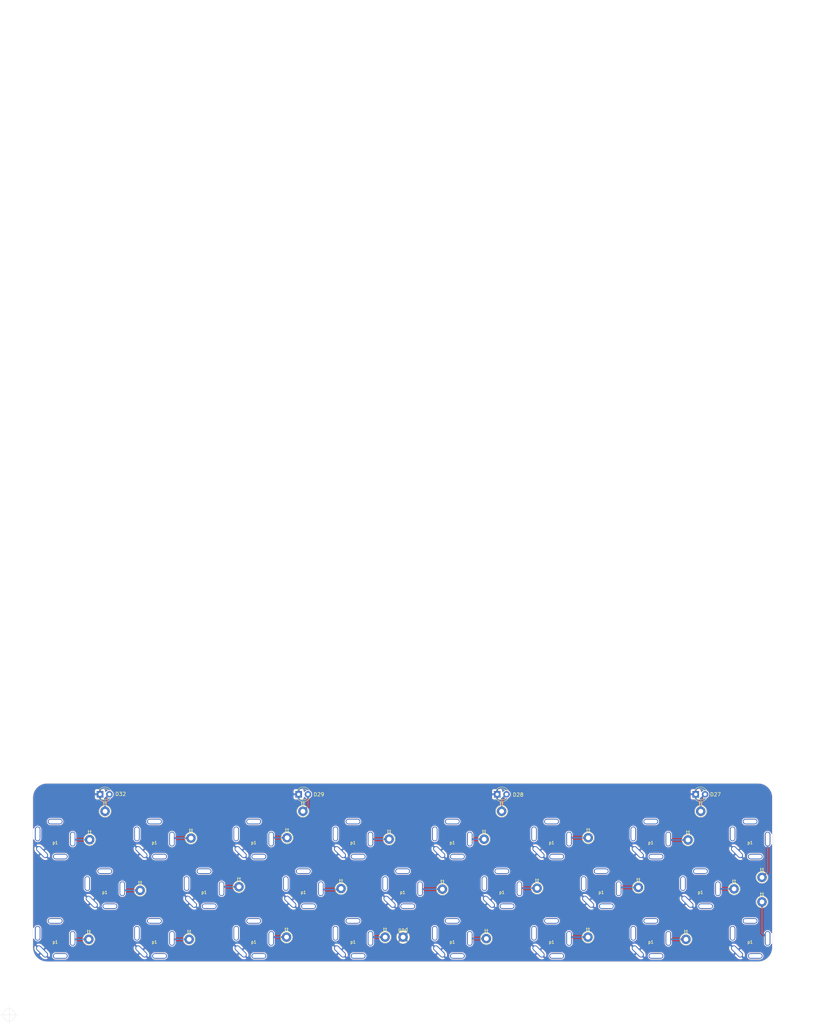
<source format=kicad_pcb>
(kicad_pcb (version 20211014) (generator pcbnew)
  (title_block (title "The Hypjolin Box") (company "Triglav Modular") (comment 1 "Circuit by Rob Hordijk & Ian Fritz"))
  (layers (0 "F.Cu" signal) (31 "B.Cu" signal) (34 "B.Paste" user) (35 "F.Paste" user) (36 "B.SilkS" user "B.Silkscreen") (37 "F.SilkS" user "F.Silkscreen") (38 "B.Mask" user) (39 "F.Mask" user) (44 "Edge.Cuts" user))
  (net 0 "")
  (net 1 "P {slash} GND")
  (net 71 "Net-(J43-Pad3)")
  (net 72 "Net-(J44-Pad3)")
  (net 73 "Net-(J45-Pad3)")
  (net 74 "Net-(J46-Pad3)")
  (net 75 "Net-(J47-Pad3)")
  (net 76 "Net-(J48-Pad3)")
  (net 77 "Net-(J49-Pad3)")
  (net 78 "Net-(J50-Pad3)")
  (net 79 "Net-(J51-Pad3)")
  (net 80 "Net-(J52-Pad3)")
  (net 81 "Net-(J53-Pad3)")
  (net 82 "Net-(J54-Pad3)")
  (net 83 "Net-(J55-Pad3)")
  (net 84 "Net-(J56-Pad3)")
  (net 85 "Net-(J57-Pad3)")
  (net 86 "Net-(J58-Pad3)")
  (net 87 "Net-(J59-Pad3)")
  (net 88 "Net-(J60-Pad3)")
  (net 89 "Net-(J61-Pad3)")
  (net 90 "Net-(J62-Pad3)")
  (net 91 "Net-(J63-Pad3)")
  (net 92 "Net-(J64-Pad3)")
  (net 93 "Net-(J65-Pad3)")
  (net 94 "Net-(D27-Pad2)")
  (net 95 "Net-(D28-Pad2)")
  (net 96 "Net-(D29-Pad2)")
  (net 97 "Net-(D32-Pad2)")
  (footprint "Triglav_Modular:Bantam_TT" (layer "F.Cu") (at 66.385154 266.22053)
    (fp_text reference "J49")
    (fp_text value "p1" (at 0 1 unlocked) (layer "F.SilkS") (effects (font (size 0.8 0.8))))
    (pad "1" thru_hole roundrect (at -3.535534 3.535534 315) (size 4 1.5) (drill oval 3.5 1) (layers *.Cu *.Mask) (roundrect_rratio 0.5) (net 1 "P {slash} GND"))
    (pad "2" thru_hole roundrect (at 1.4 4.75) (size 4 1.5) (drill oval 3.5 1) (layers *.Cu *.Mask) (roundrect_rratio 0.5))
    (pad "3" thru_hole roundrect (at 4.75 0 90) (size 4 1.5) (drill oval 3.5 1) (layers *.Cu *.Mask) (roundrect_rratio 0.5) (net 77 "Net-(J49-Pad3)"))
    (pad "4" thru_hole roundrect (at 0 -4.75) (size 4 1.5) (drill oval 3.5 1) (layers *.Cu *.Mask) (roundrect_rratio 0.5))
    (pad "5" thru_hole roundrect (at -4.75 -1.4 90) (size 4 1.5) (drill oval 3.5 1) (layers *.Cu *.Mask) (roundrect_rratio 0.5))
  )
  (footprint "Connector_Pin:Pin_D1.3mm_L11.0mm" (layer "F.Cu") (at 211.183623 265.865026)
    (fp_text reference "J79")
    (fp_text value "tt" (at 0 -2.05) (layer "F.SilkS"))
    (fp_circle (center 0 0) (end 1.6 0.05) (layer "F.SilkS") (width 0.12) (fill none))
    (pad "1" thru_hole circle (at 0 0) (size 2.6 2.6) (drill 1.3) (layers *.Cu *.Mask) (net 78 "Net-(J50-Pad3)"))
  )
  (footprint "Triglav_Modular:Bantam_TT" (layer "F.Cu") (at 241.501512 252.750155)
    (fp_text reference "J57")
    (fp_text value "p1" (at 0 1 unlocked) (layer "F.SilkS") (effects (font (size 0.8 0.8))))
    (pad "1" thru_hole roundrect (at -3.535534 3.535534 315) (size 4 1.5) (drill oval 3.5 1) (layers *.Cu *.Mask) (roundrect_rratio 0.5) (net 1 "P {slash} GND"))
    (pad "2" thru_hole roundrect (at 1.4 4.75) (size 4 1.5) (drill oval 3.5 1) (layers *.Cu *.Mask) (roundrect_rratio 0.5))
    (pad "3" thru_hole roundrect (at 4.75 0 90) (size 4 1.5) (drill oval 3.5 1) (layers *.Cu *.Mask) (roundrect_rratio 0.5) (net 85 "Net-(J57-Pad3)"))
    (pad "4" thru_hole roundrect (at 0 -4.75) (size 4 1.5) (drill oval 3.5 1) (layers *.Cu *.Mask) (roundrect_rratio 0.5))
    (pad "5" thru_hole roundrect (at -4.75 -1.4 90) (size 4 1.5) (drill oval 3.5 1) (layers *.Cu *.Mask) (roundrect_rratio 0.5))
  )
  (footprint "Triglav_Modular:Bantam_TT" (layer "F.Cu") (at 201.090109 266.22053)
    (fp_text reference "J50")
    (fp_text value "p1" (at 0 1 unlocked) (layer "F.SilkS") (effects (font (size 0.8 0.8))))
    (pad "1" thru_hole roundrect (at -3.535534 3.535534 315) (size 4 1.5) (drill oval 3.5 1) (layers *.Cu *.Mask) (roundrect_rratio 0.5) (net 1 "P {slash} GND"))
    (pad "2" thru_hole roundrect (at 1.4 4.75) (size 4 1.5) (drill oval 3.5 1) (layers *.Cu *.Mask) (roundrect_rratio 0.5))
    (pad "3" thru_hole roundrect (at 4.75 0 90) (size 4 1.5) (drill oval 3.5 1) (layers *.Cu *.Mask) (roundrect_rratio 0.5) (net 78 "Net-(J50-Pad3)"))
    (pad "4" thru_hole roundrect (at 0 -4.75) (size 4 1.5) (drill oval 3.5 1) (layers *.Cu *.Mask) (roundrect_rratio 0.5))
    (pad "5" thru_hole roundrect (at -4.75 -1.4 90) (size 4 1.5) (drill oval 3.5 1) (layers *.Cu *.Mask) (roundrect_rratio 0.5))
  )
  (footprint "Connector_Pin:Pin_D1.3mm_L11.0mm" (layer "F.Cu") (at 237.158623 266.265026)
    (fp_text reference "J94")
    (fp_text value "tt" (at 0 -2.05) (layer "F.SilkS"))
    (fp_circle (center 0 0) (end 1.6 0.05) (layer "F.SilkS") (width 0.12) (fill none))
    (pad "1" thru_hole circle (at 0 0) (size 2.6 2.6) (drill 1.3) (layers *.Cu *.Mask) (net 93 "Net-(J65-Pad3)"))
  )
  (footprint "Triglav_Modular:Bantam_TT" (layer "F.Cu") (at 187.619386 279.691591)
    (fp_text reference "J59")
    (fp_text value "p1" (at 0 1 unlocked) (layer "F.SilkS") (effects (font (size 0.8 0.8))))
    (pad "1" thru_hole roundrect (at -3.535534 3.535534 315) (size 4 1.5) (drill oval 3.5 1) (layers *.Cu *.Mask) (roundrect_rratio 0.5) (net 1 "P {slash} GND"))
    (pad "2" thru_hole roundrect (at 1.4 4.75) (size 4 1.5) (drill oval 3.5 1) (layers *.Cu *.Mask) (roundrect_rratio 0.5))
    (pad "3" thru_hole roundrect (at 4.75 0 90) (size 4 1.5) (drill oval 3.5 1) (layers *.Cu *.Mask) (roundrect_rratio 0.5) (net 87 "Net-(J59-Pad3)"))
    (pad "4" thru_hole roundrect (at 0 -4.75) (size 4 1.5) (drill oval 3.5 1) (layers *.Cu *.Mask) (roundrect_rratio 0.5))
    (pad "5" thru_hole roundrect (at -4.75 -1.4 90) (size 4 1.5) (drill oval 3.5 1) (layers *.Cu *.Mask) (roundrect_rratio 0.5))
  )
  (footprint "Connector_Pin:Pin_D1.3mm_L11.0mm" (layer "F.Cu") (at 224.108623 279.940026)
    (fp_text reference "J81")
    (fp_text value "tt" (at 0 -2.05) (layer "F.SilkS"))
    (fp_circle (center 0 0) (end 1.6 0.05) (layer "F.SilkS") (width 0.12) (fill none))
    (pad "1" thru_hole circle (at 0 0) (size 2.6 2.6) (drill 1.3) (layers *.Cu *.Mask) (net 80 "Net-(J52-Pad3)"))
  )
  (footprint "Triglav_Modular:Bantam_TT" (layer "F.Cu") (at 106.7962 252.750155)
    (fp_text reference "J62")
    (fp_text value "p1" (at 0 1 unlocked) (layer "F.SilkS") (effects (font (size 0.8 0.8))))
    (pad "1" thru_hole roundrect (at -3.535534 3.535534 315) (size 4 1.5) (drill oval 3.5 1) (layers *.Cu *.Mask) (roundrect_rratio 0.5) (net 1 "P {slash} GND"))
    (pad "2" thru_hole roundrect (at 1.4 4.75) (size 4 1.5) (drill oval 3.5 1) (layers *.Cu *.Mask) (roundrect_rratio 0.5))
    (pad "3" thru_hole roundrect (at 4.75 0 90) (size 4 1.5) (drill oval 3.5 1) (layers *.Cu *.Mask) (roundrect_rratio 0.5) (net 90 "Net-(J62-Pad3)"))
    (pad "4" thru_hole roundrect (at 0 -4.75) (size 4 1.5) (drill oval 3.5 1) (layers *.Cu *.Mask) (roundrect_rratio 0.5))
    (pad "5" thru_hole roundrect (at -4.75 -1.4 90) (size 4 1.5) (drill oval 3.5 1) (layers *.Cu *.Mask) (roundrect_rratio 0.5))
  )
  (footprint "Connector_Pin:Pin_D1.3mm_L11.0mm" (layer "F.Cu") (at 62.058623 279.940026)
    (fp_text reference "J83")
    (fp_text value "tt" (at 0 -2.05) (layer "F.SilkS"))
    (fp_circle (center 0 0) (end 1.6 0.05) (layer "F.SilkS") (width 0.12) (fill none))
    (pad "1" thru_hole circle (at 0 0) (size 2.6 2.6) (drill 1.3) (layers *.Cu *.Mask) (net 82 "Net-(J54-Pad3)"))
  )
  (footprint "Triglav_Modular:Bantam_TT" (layer "F.Cu") (at 214.560448 252.750155)
    (fp_text reference "J48")
    (fp_text value "p1" (at 0 1 unlocked) (layer "F.SilkS") (effects (font (size 0.8 0.8))))
    (pad "1" thru_hole roundrect (at -3.535534 3.535534 315) (size 4 1.5) (drill oval 3.5 1) (layers *.Cu *.Mask) (roundrect_rratio 0.5) (net 1 "P {slash} GND"))
    (pad "2" thru_hole roundrect (at 1.4 4.75) (size 4 1.5) (drill oval 3.5 1) (layers *.Cu *.Mask) (roundrect_rratio 0.5))
    (pad "3" thru_hole roundrect (at 4.75 0 90) (size 4 1.5) (drill oval 3.5 1) (layers *.Cu *.Mask) (roundrect_rratio 0.5) (net 76 "Net-(J48-Pad3)"))
    (pad "4" thru_hole roundrect (at 0 -4.75) (size 4 1.5) (drill oval 3.5 1) (layers *.Cu *.Mask) (roundrect_rratio 0.5))
    (pad "5" thru_hole roundrect (at -4.75 -1.4 90) (size 4 1.5) (drill oval 3.5 1) (layers *.Cu *.Mask) (roundrect_rratio 0.5))
  )
  (footprint "Connector_Pin:Pin_D1.3mm_L11.0mm" (layer "F.Cu") (at 115.708623 279.340026)
    (fp_text reference "J85")
    (fp_text value "tt" (at 0 -2.05) (layer "F.SilkS"))
    (fp_circle (center 0 0) (end 1.6 0.05) (layer "F.SilkS") (width 0.12) (fill none))
    (pad "1" thru_hole circle (at 0 0) (size 2.6 2.6) (drill 1.3) (layers *.Cu *.Mask) (net 84 "Net-(J56-Pad3)"))
  )
  (footprint "Triglav_Modular:Bantam_TT" (layer "F.Cu") (at 79.855138 252.750155)
    (fp_text reference "J44")
    (fp_text value "p1" (at 0 1 unlocked) (layer "F.SilkS") (effects (font (size 0.8 0.8))))
    (pad "1" thru_hole roundrect (at -3.535534 3.535534 315) (size 4 1.5) (drill oval 3.5 1) (layers *.Cu *.Mask) (roundrect_rratio 0.5) (net 1 "P {slash} GND"))
    (pad "2" thru_hole roundrect (at 1.4 4.75) (size 4 1.5) (drill oval 3.5 1) (layers *.Cu *.Mask) (roundrect_rratio 0.5))
    (pad "3" thru_hole roundrect (at 4.75 0 90) (size 4 1.5) (drill oval 3.5 1) (layers *.Cu *.Mask) (roundrect_rratio 0.5) (net 72 "Net-(J44-Pad3)"))
    (pad "4" thru_hole roundrect (at 0 -4.75) (size 4 1.5) (drill oval 3.5 1) (layers *.Cu *.Mask) (roundrect_rratio 0.5))
    (pad "5" thru_hole roundrect (at -4.75 -1.4 90) (size 4 1.5) (drill oval 3.5 1) (layers *.Cu *.Mask) (roundrect_rratio 0.5))
  )
  (footprint "Triglav_Modular:Bantam_TT" (layer "F.Cu") (at 160.678324 279.691591)
    (fp_text reference "J55")
    (fp_text value "p1" (at 0 1 unlocked) (layer "F.SilkS") (effects (font (size 0.8 0.8))))
    (pad "1" thru_hole roundrect (at -3.535534 3.535534 315) (size 4 1.5) (drill oval 3.5 1) (layers *.Cu *.Mask) (roundrect_rratio 0.5) (net 1 "P {slash} GND"))
    (pad "2" thru_hole roundrect (at 1.4 4.75) (size 4 1.5) (drill oval 3.5 1) (layers *.Cu *.Mask) (roundrect_rratio 0.5))
    (pad "3" thru_hole roundrect (at 4.75 0 90) (size 4 1.5) (drill oval 3.5 1) (layers *.Cu *.Mask) (roundrect_rratio 0.5) (net 83 "Net-(J55-Pad3)"))
    (pad "4" thru_hole roundrect (at 0 -4.75) (size 4 1.5) (drill oval 3.5 1) (layers *.Cu *.Mask) (roundrect_rratio 0.5))
    (pad "5" thru_hole roundrect (at -4.75 -1.4 90) (size 4 1.5) (drill oval 3.5 1) (layers *.Cu *.Mask) (roundrect_rratio 0.5))
  )
  (footprint "Triglav_Modular:Bantam_TT" (layer "F.Cu") (at 228.031101 266.22053)
    (fp_text reference "J65")
    (fp_text value "p1" (at 0 1 unlocked) (layer "F.SilkS") (effects (font (size 0.8 0.8))))
    (pad "1" thru_hole roundrect (at -3.535534 3.535534 315) (size 4 1.5) (drill oval 3.5 1) (layers *.Cu *.Mask) (roundrect_rratio 0.5) (net 1 "P {slash} GND"))
    (pad "2" thru_hole roundrect (at 1.4 4.75) (size 4 1.5) (drill oval 3.5 1) (layers *.Cu *.Mask) (roundrect_rratio 0.5))
    (pad "3" thru_hole roundrect (at 4.75 0 90) (size 4 1.5) (drill oval 3.5 1) (layers *.Cu *.Mask) (roundrect_rratio 0.5) (net 93 "Net-(J65-Pad3)"))
    (pad "4" thru_hole roundrect (at 0 -4.75) (size 4 1.5) (drill oval 3.5 1) (layers *.Cu *.Mask) (roundrect_rratio 0.5))
    (pad "5" thru_hole roundrect (at -4.75 -1.4 90) (size 4 1.5) (drill oval 3.5 1) (layers *.Cu *.Mask) (roundrect_rratio 0.5))
  )
  (footprint "Triglav_Modular:Bantam_TT" (layer "F.Cu") (at 79.855138 279.691591)
    (fp_text reference "J46")
    (fp_text value "p1" (at 0 1 unlocked) (layer "F.SilkS") (effects (font (size 0.8 0.8))))
    (pad "1" thru_hole roundrect (at -3.535534 3.535534 315) (size 4 1.5) (drill oval 3.5 1) (layers *.Cu *.Mask) (roundrect_rratio 0.5) (net 1 "P {slash} GND"))
    (pad "2" thru_hole roundrect (at 1.4 4.75) (size 4 1.5) (drill oval 3.5 1) (layers *.Cu *.Mask) (roundrect_rratio 0.5))
    (pad "3" thru_hole roundrect (at 4.75 0 90) (size 4 1.5) (drill oval 3.5 1) (layers *.Cu *.Mask) (roundrect_rratio 0.5) (net 74 "Net-(J46-Pad3)"))
    (pad "4" thru_hole roundrect (at 0 -4.75) (size 4 1.5) (drill oval 3.5 1) (layers *.Cu *.Mask) (roundrect_rratio 0.5))
    (pad "5" thru_hole roundrect (at -4.75 -1.4 90) (size 4 1.5) (drill oval 3.5 1) (layers *.Cu *.Mask) (roundrect_rratio 0.5))
  )
  (footprint "Triglav_Modular:Bantam_TT" (layer "F.Cu") (at 93.326145 266.22053)
    (fp_text reference "J45")
    (fp_text value "p1" (at 0 1 unlocked) (layer "F.SilkS") (effects (font (size 0.8 0.8))))
    (pad "1" thru_hole roundrect (at -3.535534 3.535534 315) (size 4 1.5) (drill oval 3.5 1) (layers *.Cu *.Mask) (roundrect_rratio 0.5) (net 1 "P {slash} GND"))
    (pad "2" thru_hole roundrect (at 1.4 4.75) (size 4 1.5) (drill oval 3.5 1) (layers *.Cu *.Mask) (roundrect_rratio 0.5))
    (pad "3" thru_hole roundrect (at 4.75 0 90) (size 4 1.5) (drill oval 3.5 1) (layers *.Cu *.Mask) (roundrect_rratio 0.5) (net 73 "Net-(J45-Pad3)"))
    (pad "4" thru_hole roundrect (at 0 -4.75) (size 4 1.5) (drill oval 3.5 1) (layers *.Cu *.Mask) (roundrect_rratio 0.5))
    (pad "5" thru_hole roundrect (at -4.75 -1.4 90) (size 4 1.5) (drill oval 3.5 1) (layers *.Cu *.Mask) (roundrect_rratio 0.5))
  )
  (footprint "Connector_Pin:Pin_D1.3mm_L11.0mm" (layer "F.Cu") (at 147.333623 279.340026)
    (fp_text reference "J70")
    (fp_text value "gnd" (at 0 -2.05) (layer "F.SilkS"))
    (fp_circle (center 0 0) (end 1.6 0.05) (layer "F.SilkS") (width 0.12) (fill none))
    (pad "1" thru_hole circle (at 0 0) (size 2.6 2.6) (drill 1.3) (layers *.Cu *.Mask) (net 1 "P {slash} GND"))
  )
  (footprint "Triglav_Modular:Bantam_TT" (layer "F.Cu") (at 174.149118 266.22053)
    (fp_text reference "J63")
    (fp_text value "p1" (at 0 1 unlocked) (layer "F.SilkS") (effects (font (size 0.8 0.8))))
    (pad "1" thru_hole roundrect (at -3.535534 3.535534 315) (size 4 1.5) (drill oval 3.5 1) (layers *.Cu *.Mask) (roundrect_rratio 0.5) (net 1 "P {slash} GND"))
    (pad "2" thru_hole roundrect (at 1.4 4.75) (size 4 1.5) (drill oval 3.5 1) (layers *.Cu *.Mask) (roundrect_rratio 0.5))
    (pad "3" thru_hole roundrect (at 4.75 0 90) (size 4 1.5) (drill oval 3.5 1) (layers *.Cu *.Mask) (roundrect_rratio 0.5) (net 91 "Net-(J63-Pad3)"))
    (pad "4" thru_hole roundrect (at 0 -4.75) (size 4 1.5) (drill oval 3.5 1) (layers *.Cu *.Mask) (roundrect_rratio 0.5))
    (pad "5" thru_hole roundrect (at -4.75 -1.4 90) (size 4 1.5) (drill oval 3.5 1) (layers *.Cu *.Mask) (roundrect_rratio 0.5))
  )
  (footprint "Connector_Pin:Pin_D1.3mm_L11.0mm" (layer "F.Cu") (at 224.658623 252.990026)
    (fp_text reference "J77")
    (fp_text value "tt" (at 0 -2.05) (layer "F.SilkS"))
    (fp_circle (center 0 0) (end 1.6 0.05) (layer "F.SilkS") (width 0.12) (fill none))
    (pad "1" thru_hole circle (at 0 0) (size 2.6 2.6) (drill 1.3) (layers *.Cu *.Mask) (net 76 "Net-(J48-Pad3)"))
  )
  (footprint "Triglav_Modular:Bantam_TT" (layer "F.Cu") (at 241.501512 279.691591)
    (fp_text reference "J61")
    (fp_text value "p1" (at 0 1 unlocked) (layer "F.SilkS") (effects (font (size 0.8 0.8))))
    (pad "1" thru_hole roundrect (at -3.535534 3.535534 315) (size 4 1.5) (drill oval 3.5 1) (layers *.Cu *.Mask) (roundrect_rratio 0.5) (net 1 "P {slash} GND"))
    (pad "2" thru_hole roundrect (at 1.4 4.75) (size 4 1.5) (drill oval 3.5 1) (layers *.Cu *.Mask) (roundrect_rratio 0.5))
    (pad "3" thru_hole roundrect (at 4.75 0 90) (size 4 1.5) (drill oval 3.5 1) (layers *.Cu *.Mask) (roundrect_rratio 0.5) (net 89 "Net-(J61-Pad3)"))
    (pad "4" thru_hole roundrect (at 0 -4.75) (size 4 1.5) (drill oval 3.5 1) (layers *.Cu *.Mask) (roundrect_rratio 0.5))
    (pad "5" thru_hole roundrect (at -4.75 -1.4 90) (size 4 1.5) (drill oval 3.5 1) (layers *.Cu *.Mask) (roundrect_rratio 0.5))
  )
  (footprint "Connector_Pin:Pin_D1.3mm_L11.0mm" (layer "F.Cu") (at 115.858623 252.390026)
    (fp_text reference "J91")
    (fp_text value "tt" (at 0 -2.05) (layer "F.SilkS"))
    (fp_circle (center 0 0) (end 1.6 0.05) (layer "F.SilkS") (width 0.12) (fill none))
    (pad "1" thru_hole circle (at 0 0) (size 2.6 2.6) (drill 1.3) (layers *.Cu *.Mask) (net 90 "Net-(J62-Pad3)"))
  )
  (footprint "Triglav_Modular:Bantam_TT" (layer "F.Cu") (at 133.737262 252.750155)
    (fp_text reference "J51")
    (fp_text value "p1" (at 0 1 unlocked) (layer "F.SilkS") (effects (font (size 0.8 0.8))))
    (pad "1" thru_hole roundrect (at -3.535534 3.535534 315) (size 4 1.5) (drill oval 3.5 1) (layers *.Cu *.Mask) (roundrect_rratio 0.5) (net 1 "P {slash} GND"))
    (pad "2" thru_hole roundrect (at 1.4 4.75) (size 4 1.5) (drill oval 3.5 1) (layers *.Cu *.Mask) (roundrect_rratio 0.5))
    (pad "3" thru_hole roundrect (at 4.75 0 90) (size 4 1.5) (drill oval 3.5 1) (layers *.Cu *.Mask) (roundrect_rratio 0.5) (net 79 "Net-(J51-Pad3)"))
    (pad "4" thru_hole roundrect (at 0 -4.75) (size 4 1.5) (drill oval 3.5 1) (layers *.Cu *.Mask) (roundrect_rratio 0.5))
    (pad "5" thru_hole roundrect (at -4.75 -1.4 90) (size 4 1.5) (drill oval 3.5 1) (layers *.Cu *.Mask) (roundrect_rratio 0.5))
  )
  (footprint "Connector_Pin:Pin_D1.3mm_L11.0mm" (layer "F.Cu") (at 158.008623 266.340026)
    (fp_text reference "J89")
    (fp_text value "tt" (at 0 -2.05) (layer "F.SilkS"))
    (fp_circle (center 0 0) (end 1.6 0.05) (layer "F.SilkS") (width 0.12) (fill none))
    (pad "1" thru_hole circle (at 0 0) (size 2.6 2.6) (drill 1.3) (layers *.Cu *.Mask) (net 88 "Net-(J60-Pad3)"))
  )
  (footprint "LED_THT:LED_D3.0mm_Clear" (layer "F.Cu") (at 172.874171 240.615026)
    (fp_text reference "D28" (at 5.684452 0.125) (layer "F.SilkS"))
    (fp_text value "LED_Dual_Bidirectional_Z")
    (fp_line (start -0.29 1.08) (end -0.29 1.236) (layer "F.SilkS") (width 0.12))
    (fp_line (start -0.29 -1.236) (end -0.29 -1.08) (layer "F.SilkS") (width 0.12))
    (fp_arc (start 2.31113 1.079837) (mid 1.270117 1.5) (end 0.229039 1.08) (layer "F.SilkS") (width 0.12))
    (fp_arc (start -0.29 -1.235516) (mid 1.366487 -1.987659) (end 2.942335 -1.078608) (layer "F.SilkS") (width 0.12))
    (fp_arc (start 0.229039 -1.08) (mid 1.270117 -1.5) (end 2.31113 -1.079837) (layer "F.SilkS") (width 0.12))
    (fp_arc (start 2.942335 1.078608) (mid 1.366487 1.987659) (end -0.29 1.235516) (layer "F.SilkS") (width 0.12))
    (pad "1" thru_hole rect locked (at 0 0) (size 1.8 1.8) (drill 0.9) (layers *.Cu *.Mask) (net 1 "P {slash} GND"))
    (pad "2" thru_hole circle locked (at 2.54 0) (size 1.8 1.8) (drill 0.9) (layers *.Cu *.Mask) (net 95 "Net-(D28-Pad2)"))
  )
  (footprint "Triglav_Modular:Bantam_TT" (layer "F.Cu") (at 52.914076 279.691591)
    (fp_text reference "J54")
    (fp_text value "p1" (at 0 1 unlocked) (layer "F.SilkS") (effects (font (size 0.8 0.8))))
    (pad "1" thru_hole roundrect (at -3.535534 3.535534 315) (size 4 1.5) (drill oval 3.5 1) (layers *.Cu *.Mask) (roundrect_rratio 0.5) (net 1 "P {slash} GND"))
    (pad "2" thru_hole roundrect (at 1.4 4.75) (size 4 1.5) (drill oval 3.5 1) (layers *.Cu *.Mask) (roundrect_rratio 0.5))
    (pad "3" thru_hole roundrect (at 4.75 0 90) (size 4 1.5) (drill oval 3.5 1) (layers *.Cu *.Mask) (roundrect_rratio 0.5) (net 82 "Net-(J54-Pad3)"))
    (pad "4" thru_hole roundrect (at 0 -4.75) (size 4 1.5) (drill oval 3.5 1) (layers *.Cu *.Mask) (roundrect_rratio 0.5))
    (pad "5" thru_hole roundrect (at -4.75 -1.4 90) (size 4 1.5) (drill oval 3.5 1) (layers *.Cu *.Mask) (roundrect_rratio 0.5))
  )
  (footprint "Connector_Pin:Pin_D1.3mm_L11.0mm" (layer "F.Cu") (at 130.508623 266.165026)
    (fp_text reference "J82")
    (fp_text value "tt" (at 0 -2.05) (layer "F.SilkS"))
    (fp_circle (center 0 0) (end 1.6 0.05) (layer "F.SilkS") (width 0.12) (fill none))
    (pad "1" thru_hole circle (at 0 0) (size 2.6 2.6) (drill 1.3) (layers *.Cu *.Mask) (net 81 "Net-(J53-Pad3)"))
  )
  (footprint "Triglav_Modular:Bantam_TT" (layer "F.Cu") (at 147.208127 266.22053)
    (fp_text reference "J60")
    (fp_text value "p1" (at 0 1 unlocked) (layer "F.SilkS") (effects (font (size 0.8 0.8))))
    (pad "1" thru_hole roundrect (at -3.535534 3.535534 315) (size 4 1.5) (drill oval 3.5 1) (layers *.Cu *.Mask) (roundrect_rratio 0.5) (net 1 "P {slash} GND"))
    (pad "2" thru_hole roundrect (at 1.4 4.75) (size 4 1.5) (drill oval 3.5 1) (layers *.Cu *.Mask) (roundrect_rratio 0.5))
    (pad "3" thru_hole roundrect (at 4.75 0 90) (size 4 1.5) (drill oval 3.5 1) (layers *.Cu *.Mask) (roundrect_rratio 0.5) (net 88 "Net-(J60-Pad3)"))
    (pad "4" thru_hole roundrect (at 0 -4.75) (size 4 1.5) (drill oval 3.5 1) (layers *.Cu *.Mask) (roundrect_rratio 0.5))
    (pad "5" thru_hole roundrect (at -4.75 -1.4 90) (size 4 1.5) (drill oval 3.5 1) (layers *.Cu *.Mask) (roundrect_rratio 0.5))
  )
  (footprint "Connector_Pin:Pin_D1.3mm_L11.0mm" (layer "F.Cu") (at 75.983623 266.665026)
    (fp_text reference "J78")
    (fp_text value "tt" (at 0 -2.05) (layer "F.SilkS"))
    (fp_circle (center 0 0) (end 1.6 0.05) (layer "F.SilkS") (width 0.12) (fill none))
    (pad "1" thru_hole circle (at 0 0) (size 2.6 2.6) (drill 1.3) (layers *.Cu *.Mask) (net 77 "Net-(J49-Pad3)"))
  )
  (footprint "LED_THT:LED_D3.0mm_Clear" (layer "F.Cu") (at 65.103154 240.615026)
    (fp_text reference "D32" (at 5.580469 -0.075) (layer "F.SilkS"))
    (fp_text value "LED_Dual_Bidirectional_X")
    (fp_line (start -0.29 1.08) (end -0.29 1.236) (layer "F.SilkS") (width 0.12))
    (fp_line (start -0.29 -1.236) (end -0.29 -1.08) (layer "F.SilkS") (width 0.12))
    (fp_arc (start 2.942335 1.078608) (mid 1.366487 1.987659) (end -0.29 1.235516) (layer "F.SilkS") (width 0.12))
    (fp_arc (start 2.31113 1.079837) (mid 1.270117 1.5) (end 0.229039 1.08) (layer "F.SilkS") (width 0.12))
    (fp_arc (start -0.29 -1.235516) (mid 1.366487 -1.987659) (end 2.942335 -1.078608) (layer "F.SilkS") (width 0.12))
    (fp_arc (start 0.229039 -1.08) (mid 1.270117 -1.5) (end 2.31113 -1.079837) (layer "F.SilkS") (width 0.12))
    (pad "1" thru_hole rect locked (at 0 0) (size 1.8 1.8) (drill 0.9) (layers *.Cu *.Mask) (net 1 "P {slash} GND"))
    (pad "2" thru_hole circle locked (at 2.54 0) (size 1.8 1.8) (drill 0.9) (layers *.Cu *.Mask) (net 97 "Net-(D32-Pad2)"))
  )
  (footprint "Connector_Pin:Pin_D1.3mm_L11.0mm" (layer "F.Cu") (at 66.458623 245.215026)
    (fp_text reference "J98")
    (fp_text value "tt" (at 0 -2.05) (layer "F.SilkS"))
    (fp_circle (center 0 0) (end 1.6 0.05) (layer "F.SilkS") (width 0.12) (fill none))
    (pad "1" thru_hole circle (at 0 0) (size 2.6 2.6) (drill 1.3) (layers *.Cu *.Mask) (net 97 "Net-(D32-Pad2)"))
  )
  (footprint "Connector_Pin:Pin_D1.3mm_L11.0mm" (layer "F.Cu") (at 89.783623 252.490026)
    (fp_text reference "J74")
    (fp_text value "tt" (at 0 -2.05) (layer "F.SilkS"))
    (fp_circle (center 0 0) (end 1.6 0.05) (layer "F.SilkS") (width 0.12) (fill none))
    (pad "1" thru_hole circle (at 0 0) (size 2.6 2.6) (drill 1.3) (layers *.Cu *.Mask) (net 72 "Net-(J44-Pad3)"))
  )
  (footprint "Connector_Pin:Pin_D1.3mm_L11.0mm" (layer "F.Cu") (at 143.558623 252.765026)
    (fp_text reference "J80")
    (fp_text value "tt" (at 0 -2.05) (layer "F.SilkS"))
    (fp_circle (center 0 0) (end 1.6 0.05) (layer "F.SilkS") (width 0.12) (fill none))
    (pad "1" thru_hole circle (at 0 0) (size 2.6 2.6) (drill 1.3) (layers *.Cu *.Mask) (net 79 "Net-(J51-Pad3)"))
  )
  (footprint "Triglav_Modular:Bantam_TT" (layer "F.Cu") (at 52.914076 252.750155)
    (fp_text reference "J43")
    (fp_text value "p1" (at 0 1 unlocked) (layer "F.SilkS") (effects (font (size 0.8 0.8))))
    (pad "1" thru_hole roundrect (at -3.535534 3.535534 315) (size 4 1.5) (drill oval 3.5 1) (layers *.Cu *.Mask) (roundrect_rratio 0.5) (net 1 "P {slash} GND"))
    (pad "2" thru_hole roundrect (at 1.4 4.75) (size 4 1.5) (drill oval 3.5 1) (layers *.Cu *.Mask) (roundrect_rratio 0.5))
    (pad "3" thru_hole roundrect (at 4.75 0 90) (size 4 1.5) (drill oval 3.5 1) (layers *.Cu *.Mask) (roundrect_rratio 0.5) (net 71 "Net-(J43-Pad3)"))
    (pad "4" thru_hole roundrect (at 0 -4.75) (size 4 1.5) (drill oval 3.5 1) (layers *.Cu *.Mask) (roundrect_rratio 0.5))
    (pad "5" thru_hole roundrect (at -4.75 -1.4 90) (size 4 1.5) (drill oval 3.5 1) (layers *.Cu *.Mask) (roundrect_rratio 0.5))
  )
  (footprint "Connector_Pin:Pin_D1.3mm_L11.0mm" (layer "F.Cu") (at 244.733623 263.140026)
    (fp_text reference "J86")
    (fp_text value "tt" (at 0 -2.05) (layer "F.SilkS"))
    (fp_circle (center 0 0) (end 1.6 0.05) (layer "F.SilkS") (width 0.12) (fill none))
    (pad "1" thru_hole circle (at 0 0) (size 2.6 2.6) (drill 1.3) (layers *.Cu *.Mask) (net 85 "Net-(J57-Pad3)"))
  )
  (footprint "LED_THT:LED_D3.0mm_Clear" (layer "F.Cu") (at 118.992101 240.615026)
    (fp_text reference "D29" (at 5.491522 0.05) (layer "F.SilkS"))
    (fp_text value "LED_Dual_Bidirectional_Y")
    (fp_line (start -0.29 1.08) (end -0.29 1.236) (layer "F.SilkS") (width 0.12))
    (fp_line (start -0.29 -1.236) (end -0.29 -1.08) (layer "F.SilkS") (width 0.12))
    (fp_arc (start -0.29 -1.235516) (mid 1.366487 -1.987659) (end 2.942335 -1.078608) (layer "F.SilkS") (width 0.12))
    (fp_arc (start 2.31113 1.079837) (mid 1.270117 1.5) (end 0.229039 1.08) (layer "F.SilkS") (width 0.12))
    (fp_arc (start 0.229039 -1.08) (mid 1.270117 -1.5) (end 2.31113 -1.079837) (layer "F.SilkS") (width 0.12))
    (fp_arc (start 2.942335 1.078608) (mid 1.366487 1.987659) (end -0.29 1.235516) (layer "F.SilkS") (width 0.12))
    (pad "1" thru_hole rect locked (at 0 0) (size 1.8 1.8) (drill 0.9) (layers *.Cu *.Mask) (net 1 "P {slash} GND"))
    (pad "2" thru_hole circle locked (at 2.54 0) (size 1.8 1.8) (drill 0.9) (layers *.Cu *.Mask) (net 96 "Net-(D29-Pad2)"))
  )
  (footprint "Triglav_Modular:Bantam_TT" (layer "F.Cu") (at 160.678324 252.750155)
    (fp_text reference "J58")
    (fp_text value "p1" (at 0 1 unlocked) (layer "F.SilkS") (effects (font (size 0.8 0.8))))
    (pad "1" thru_hole roundrect (at -3.535534 3.535534 315) (size 4 1.5) (drill oval 3.5 1) (layers *.Cu *.Mask) (roundrect_rratio 0.5) (net 1 "P {slash} GND"))
    (pad "2" thru_hole roundrect (at 1.4 4.75) (size 4 1.5) (drill oval 3.5 1) (layers *.Cu *.Mask) (roundrect_rratio 0.5))
    (pad "3" thru_hole roundrect (at 4.75 0 90) (size 4 1.5) (drill oval 3.5 1) (layers *.Cu *.Mask) (roundrect_rratio 0.5) (net 86 "Net-(J58-Pad3)"))
    (pad "4" thru_hole roundrect (at 0 -4.75) (size 4 1.5) (drill oval 3.5 1) (layers *.Cu *.Mask) (roundrect_rratio 0.5))
    (pad "5" thru_hole roundrect (at -4.75 -1.4 90) (size 4 1.5) (drill oval 3.5 1) (layers *.Cu *.Mask) (roundrect_rratio 0.5))
  )
  (footprint "Connector_Pin:Pin_D1.3mm_L11.0mm" (layer "F.Cu") (at 169.933623 279.740026)
    (fp_text reference "J84")
    (fp_text value "tt" (at 0 -2.05) (layer "F.SilkS"))
    (fp_circle (center 0 0) (end 1.6 0.05) (layer "F.SilkS") (width 0.12) (fill none))
    (pad "1" thru_hole circle (at 0 0) (size 2.6 2.6) (drill 1.3) (layers *.Cu *.Mask) (net 83 "Net-(J55-Pad3)"))
  )
  (footprint "Triglav_Modular:Bantam_TT" (layer "F.Cu") (at 187.619386 252.750155)
    (fp_text reference "J47")
    (fp_text value "p1" (at 0 1 unlocked) (layer "F.SilkS") (effects (font (size 0.8 0.8))))
    (pad "1" thru_hole roundrect (at -3.535534 3.535534 315) (size 4 1.5) (drill oval 3.5 1) (layers *.Cu *.Mask) (roundrect_rratio 0.5) (net 1 "P {slash} GND"))
    (pad "2" thru_hole roundrect (at 1.4 4.75) (size 4 1.5) (drill oval 3.5 1) (layers *.Cu *.Mask) (roundrect_rratio 0.5))
    (pad "3" thru_hole roundrect (at 4.75 0 90) (size 4 1.5) (drill oval 3.5 1) (layers *.Cu *.Mask) (roundrect_rratio 0.5) (net 75 "Net-(J47-Pad3)"))
    (pad "4" thru_hole roundrect (at 0 -4.75) (size 4 1.5) (drill oval 3.5 1) (layers *.Cu *.Mask) (roundrect_rratio 0.5))
    (pad "5" thru_hole roundrect (at -4.75 -1.4 90) (size 4 1.5) (drill oval 3.5 1) (layers *.Cu *.Mask) (roundrect_rratio 0.5))
  )
  (footprint "Connector_Pin:Pin_D1.3mm_L11.0mm" (layer "F.Cu") (at 197.508623 279.340026)
    (fp_text reference "J88")
    (fp_text value "tt" (at 0 -2.05) (layer "F.SilkS"))
    (fp_circle (center 0 0) (end 1.6 0.05) (layer "F.SilkS") (width 0.12) (fill none))
    (pad "1" thru_hole circle (at 0 0) (size 2.6 2.6) (drill 1.3) (layers *.Cu *.Mask) (net 87 "Net-(J59-Pad3)"))
  )
  (footprint "Connector_Pin:Pin_D1.3mm_L11.0mm" (layer "F.Cu") (at 244.733623 269.790026)
    (fp_text reference "J90")
    (fp_text value "tt" (at 0 -2.05) (layer "F.SilkS"))
    (fp_circle (center 0 0) (end 1.6 0.05) (layer "F.SilkS") (width 0.12) (fill none))
    (pad "1" thru_hole circle (at 0 0) (size 2.6 2.6) (drill 1.3) (layers *.Cu *.Mask) (net 89 "Net-(J61-Pad3)"))
  )
  (footprint "Connector_Pin:Pin_D1.3mm_L11.0mm" (layer "F.Cu") (at 174.083623 245.215026)
    (fp_text reference "J96")
    (fp_text value "tt" (at 0 -2.05) (layer "F.SilkS"))
    (fp_circle (center 0 0) (end 1.6 0.05) (layer "F.SilkS") (width 0.12) (fill none))
    (pad "1" thru_hole circle (at 0 0) (size 2.6 2.6) (drill 1.3) (layers *.Cu *.Mask) (net 95 "Net-(D28-Pad2)"))
  )
  (footprint "Connector_Pin:Pin_D1.3mm_L11.0mm" (layer "F.Cu") (at 120.158623 245.215026)
    (fp_text reference "J97")
    (fp_text value "tt" (at 0 -2.05) (layer "F.SilkS"))
    (fp_circle (center 0 0) (end 1.6 0.05) (layer "F.SilkS") (width 0.12) (fill none))
    (pad "1" thru_hole circle (at 0 0) (size 2.6 2.6) (drill 1.3) (layers *.Cu *.Mask) (net 96 "Net-(D29-Pad2)"))
  )
  (footprint "Connector_Pin:Pin_D1.3mm_L11.0mm" (layer "F.Cu") (at 62.283623 252.915026)
    (fp_text reference "J72")
    (fp_text value "tt" (at 0 -2.05) (layer "F.SilkS"))
    (fp_circle (center 0 0) (end 1.6 0.05) (layer "F.SilkS") (width 0.12) (fill none))
    (pad "1" thru_hole circle (at 0 0) (size 2.6 2.6) (drill 1.3) (layers *.Cu *.Mask) (net 71 "Net-(J43-Pad3)"))
  )
  (footprint "Triglav_Modular:Bantam_TT" (layer "F.Cu") (at 214.560448 279.691591)
    (fp_text reference "J52")
    (fp_text value "p1" (at 0 1 unlocked) (layer "F.SilkS") (effects (font (size 0.8 0.8))))
    (pad "1" thru_hole roundrect (at -3.535534 3.535534 315) (size 4 1.5) (drill oval 3.5 1) (layers *.Cu *.Mask) (roundrect_rratio 0.5) (net 1 "P {slash} GND"))
    (pad "2" thru_hole roundrect (at 1.4 4.75) (size 4 1.5) (drill oval 3.5 1) (layers *.Cu *.Mask) (roundrect_rratio 0.5))
    (pad "3" thru_hole roundrect (at 4.75 0 90) (size 4 1.5) (drill oval 3.5 1) (layers *.Cu *.Mask) (roundrect_rratio 0.5) (net 80 "Net-(J52-Pad3)"))
    (pad "4" thru_hole roundrect (at 0 -4.75) (size 4 1.5) (drill oval 3.5 1) (layers *.Cu *.Mask) (roundrect_rratio 0.5))
    (pad "5" thru_hole roundrect (at -4.75 -1.4 90) (size 4 1.5) (drill oval 3.5 1) (layers *.Cu *.Mask) (roundrect_rratio 0.5))
  )
  (footprint "Triglav_Modular:Bantam_TT" (layer "F.Cu") (at 133.737262 279.691591)
    (fp_text reference "J64")
    (fp_text value "p1" (at 0 1 unlocked) (layer "F.SilkS") (effects (font (size 0.8 0.8))))
    (pad "1" thru_hole roundrect (at -3.535534 3.535534 315) (size 4 1.5) (drill oval 3.5 1) (layers *.Cu *.Mask) (roundrect_rratio 0.5) (net 1 "P {slash} GND"))
    (pad "2" thru_hole roundrect (at 1.4 4.75) (size 4 1.5) (drill oval 3.5 1) (layers *.Cu *.Mask) (roundrect_rratio 0.5))
    (pad "3" thru_hole roundrect (at 4.75 0 90) (size 4 1.5) (drill oval 3.5 1) (layers *.Cu *.Mask) (roundrect_rratio 0.5) (net 92 "Net-(J64-Pad3)"))
    (pad "4" thru_hole roundrect (at 0 -4.75) (size 4 1.5) (drill oval 3.5 1) (layers *.Cu *.Mask) (roundrect_rratio 0.5))
    (pad "5" thru_hole roundrect (at -4.75 -1.4 90) (size 4 1.5) (drill oval 3.5 1) (layers *.Cu *.Mask) (roundrect_rratio 0.5))
  )
  (footprint "Connector_Pin:Pin_D1.3mm_L11.0mm" (layer "F.Cu") (at 89.283623 279.940026)
    (fp_text reference "J75")
    (fp_text value "tt" (at 0 -2.05) (layer "F.SilkS"))
    (fp_circle (center 0 0) (end 1.6 0.05) (layer "F.SilkS") (width 0.12) (fill none))
    (pad "1" thru_hole circle (at 0 0) (size 2.6 2.6) (drill 1.3) (layers *.Cu *.Mask) (net 74 "Net-(J46-Pad3)"))
  )
  (footprint "Connector_Pin:Pin_D1.3mm_L11.0mm" (layer "F.Cu") (at 142.458623 279.340026)
    (fp_text reference "J93")
    (fp_text value "tt" (at 0 -2.05) (layer "F.SilkS"))
    (fp_circle (center 0 0) (end 1.6 0.05) (layer "F.SilkS") (width 0.12) (fill none))
    (pad "1" thru_hole circle (at 0 0) (size 2.6 2.6) (drill 1.3) (layers *.Cu *.Mask) (net 92 "Net-(J64-Pad3)"))
  )
  (footprint "Connector_Pin:Pin_D1.3mm_L11.0mm" (layer "F.Cu") (at 228.108623 245.215026)
    (fp_text reference "J95")
    (fp_text value "tt" (at 0 -2.05) (layer "F.SilkS"))
    (fp_circle (center 0 0) (end 1.6 0.05) (layer "F.SilkS") (width 0.12) (fill none))
    (pad "1" thru_hole circle (at 0 0) (size 2.6 2.6) (drill 1.3) (layers *.Cu *.Mask) (net 94 "Net-(D27-Pad2)"))
  )
  (footprint "Connector_Pin:Pin_D1.3mm_L11.0mm" (layer "F.Cu") (at 197.583623 252.390026)
    (fp_text reference "J76")
    (fp_text value "tt" (at 0 -2.05) (layer "F.SilkS"))
    (fp_circle (center 0 0) (end 1.6 0.05) (layer "F.SilkS") (width 0.12) (fill none))
    (pad "1" thru_hole circle (at 0 0) (size 2.6 2.6) (drill 1.3) (layers *.Cu *.Mask) (net 75 "Net-(J47-Pad3)"))
  )
  (footprint "Triglav_Modular:Bantam_TT" (layer "F.Cu") (at 120.267136 266.22053)
    (fp_text reference "J53")
    (fp_text value "p1" (at 0 1 unlocked) (layer "F.SilkS") (effects (font (size 0.8 0.8))))
    (pad "1" thru_hole roundrect (at -3.535534 3.535534 315) (size 4 1.5) (drill oval 3.5 1) (layers *.Cu *.Mask) (roundrect_rratio 0.5) (net 1 "P {slash} GND"))
    (pad "2" thru_hole roundrect (at 1.4 4.75) (size 4 1.5) (drill oval 3.5 1) (layers *.Cu *.Mask) (roundrect_rratio 0.5))
    (pad "3" thru_hole roundrect (at 4.75 0 90) (size 4 1.5) (drill oval 3.5 1) (layers *.Cu *.Mask) (roundrect_rratio 0.5) (net 81 "Net-(J53-Pad3)"))
    (pad "4" thru_hole roundrect (at 0 -4.75) (size 4 1.5) (drill oval 3.5 1) (layers *.Cu *.Mask) (roundrect_rratio 0.5))
    (pad "5" thru_hole roundrect (at -4.75 -1.4 90) (size 4 1.5) (drill oval 3.5 1) (layers *.Cu *.Mask) (roundrect_rratio 0.5))
  )
  (footprint "Connector_Pin:Pin_D1.3mm_L11.0mm" (layer "F.Cu") (at 169.333623 252.790026)
    (fp_text reference "J87")
    (fp_text value "tt" (at 0 -2.05) (layer "F.SilkS"))
    (fp_circle (center 0 0) (end 1.6 0.05) (layer "F.SilkS") (width 0.12) (fill none))
    (pad "1" thru_hole circle (at 0 0) (size 2.6 2.6) (drill 1.3) (layers *.Cu *.Mask) (net 86 "Net-(J58-Pad3)"))
  )
  (footprint "Connector_Pin:Pin_D1.3mm_L11.0mm" (layer "F.Cu") (at 183.708623 266.065026)
    (fp_text reference "J92")
    (fp_text value "tt" (at 0 -2.05) (layer "F.SilkS"))
    (fp_circle (center 0 0) (end 1.6 0.05) (layer "F.SilkS") (width 0.12) (fill none))
    (pad "1" thru_hole circle (at 0 0) (size 2.6 2.6) (drill 1.3) (layers *.Cu *.Mask) (net 91 "Net-(J63-Pad3)"))
  )
  (footprint "Triglav_Modular:Bantam_TT" (layer "F.Cu") (at 106.7962 279.691591)
    (fp_text reference "J56")
    (fp_text value "p1" (at 0 1 unlocked) (layer "F.SilkS") (effects (font (size 0.8 0.8))))
    (pad "1" thru_hole roundrect (at -3.535534 3.535534 315) (size 4 1.5) (drill oval 3.5 1) (layers *.Cu *.Mask) (roundrect_rratio 0.5) (net 1 "P {slash} GND"))
    (pad "2" thru_hole roundrect (at 1.4 4.75) (size 4 1.5) (drill oval 3.5 1) (layers *.Cu *.Mask) (roundrect_rratio 0.5))
    (pad "3" thru_hole roundrect (at 4.75 0 90) (size 4 1.5) (drill oval 3.5 1) (layers *.Cu *.Mask) (roundrect_rratio 0.5) (net 84 "Net-(J56-Pad3)"))
    (pad "4" thru_hole roundrect (at 0 -4.75) (size 4 1.5) (drill oval 3.5 1) (layers *.Cu *.Mask) (roundrect_rratio 0.5))
    (pad "5" thru_hole roundrect (at -4.75 -1.4 90) (size 4 1.5) (drill oval 3.5 1) (layers *.Cu *.Mask) (roundrect_rratio 0.5))
  )
  (footprint "LED_THT:LED_D3.0mm_Clear" (layer "F.Cu") (at 226.756101 240.615026)
    (fp_text reference "D27" (at 5.352522 0.05) (layer "F.SilkS"))
    (fp_text value "LED_Dual_Bidirectional_U")
    (fp_line (start -0.29 -1.236) (end -0.29 -1.08) (layer "F.SilkS") (width 0.12))
    (fp_line (start -0.29 1.08) (end -0.29 1.236) (layer "F.SilkS") (width 0.12))
    (fp_arc (start 2.942335 1.078608) (mid 1.366487 1.987659) (end -0.29 1.235516) (layer "F.SilkS") (width 0.12))
    (fp_arc (start 0.229039 -1.08) (mid 1.270117 -1.5) (end 2.31113 -1.079837) (layer "F.SilkS") (width 0.12))
    (fp_arc (start 2.31113 1.079837) (mid 1.270117 1.5) (end 0.229039 1.08) (layer "F.SilkS") (width 0.12))
    (fp_arc (start -0.29 -1.235516) (mid 1.366487 -1.987659) (end 2.942335 -1.078608) (layer "F.SilkS") (width 0.12))
    (pad "1" thru_hole rect locked (at 0 0) (size 1.8 1.8) (drill 0.9) (layers *.Cu *.Mask) (net 1 "P {slash} GND"))
    (pad "2" thru_hole circle locked (at 2.54 0) (size 1.8 1.8) (drill 0.9) (layers *.Cu *.Mask) (net 94 "Net-(D27-Pad2)"))
  )
  (footprint "Connector_Pin:Pin_D1.3mm_L11.0mm" (layer "F.Cu") (at 102.808623 265.690026)
    (fp_text reference "J73")
    (fp_text value "tt" (at 0 -2.05) (layer "F.SilkS"))
    (fp_circle (center 0 0) (end 1.6 0.05) (layer "F.SilkS") (width 0.12) (fill none))
    (pad "1" thru_hole circle (at 0 0) (size 2.6 2.6) (drill 1.3) (layers *.Cu *.Mask) (net 73 "Net-(J45-Pad3)"))
  )
  (gr_arc (start 46.709452 241.465026) (mid 47.881027 238.636609) (end 50.709452 237.465026) (layer "Edge.Cuts") (width 0.05))
  (gr_arc (start 50.712879 286.165026) (mid 47.884416 284.993473) (end 46.712879 282.165026) (layer "Edge.Cuts") (width 0.05))
  (gr_line (start 50.709452 237.465026) (end 243.708623 237.465026) (layer "Edge.Cuts") (width 0.05))
  (gr_arc (start 243.708623 237.465026) (mid 246.53705 238.636599) (end 247.708623 241.465026) (layer "Edge.Cuts") (width 0.05))
  (gr_line (start 243.708623 286.165026) (end 50.712879 286.165026) (layer "Edge.Cuts") (width 0.05))
  (gr_line (start 247.708623 241.465026) (end 247.708623 282.165026) (layer "Edge.Cuts") (width 0.05))
  (gr_line (start 46.712879 282.165026) (end 46.709452 241.465026) (layer "Edge.Cuts") (width 0.05))
  (gr_arc (start 247.708623 282.165026) (mid 246.53705 284.993453) (end 243.708623 286.165026) (layer "Edge.Cuts") (width 0.05))
  (target plus (at 40.45 300.425) (size 5) (width 0.05) (layer "Edge.Cuts"))
  (segment (start 62.283623 252.915026) (end 57.828947 252.915026) (width 0.5) (layer "B.Cu") (net 71))
  (segment (start 89.783623 252.490026) (end 84.865267 252.490026) (width 0.5) (layer "B.Cu") (net 72))
  (segment (start 98.606649 265.690026) (end 98.076145 266.22053) (width 0.5) (layer "B.Cu") (net 73))
  (segment (start 102.808623 265.690026) (end 98.606649 265.690026) (width 0.5) (layer "B.Cu") (net 73))
  (segment (start 89.283623 279.940026) (end 84.853573 279.940026) (width 0.5) (layer "B.Cu") (net 74))
  (segment (start 197.583623 252.390026) (end 192.729515 252.390026) (width 0.5) (layer "B.Cu") (net 75))
  (segment (start 224.658623 252.990026) (end 219.550319 252.990026) (width 0.5) (layer "B.Cu") (net 76))
  (segment (start 75.983623 266.665026) (end 71.57965 266.665026) (width 0.5) (layer "B.Cu") (net 77))
  (segment (start 211.183623 265.865026) (end 206.195613 265.865026) (width 0.5) (layer "B.Cu") (net 78))
  (segment (start 138.502133 252.765026) (end 143.558623 252.765026) (width 0.5) (layer "B.Cu") (net 79))
  (segment (start 224.108623 279.940026) (end 219.558883 279.940026) (width 0.5) (layer "B.Cu") (net 80))
  (segment (start 130.233623 266.440026) (end 125.236632 266.440026) (width 0.5) (layer "B.Cu") (net 81))
  (segment (start 62.058623 279.940026) (end 57.912511 279.940026) (width 0.5) (layer "B.Cu") (net 82))
  (segment (start 169.933623 279.740026) (end 165.476759 279.740026) (width 0.5) (layer "B.Cu") (net 83))
  (segment (start 115.708623 279.340026) (end 111.897765 279.340026) (width 0.5) (layer "B.Cu") (net 84))
  (segment (start 244.733623 263.140026) (end 246.251512 261.622137) (width 0.5) (layer "B.Cu") (net 85))
  (segment (start 246.251512 261.622137) (end 246.251512 252.750155) (width 0.5) (layer "B.Cu") (net 85))
  (segment (start 169.333623 252.790026) (end 165.468195 252.790026) (width 0.5) (layer "B.Cu") (net 86))
  (segment (start 197.508623 279.340026) (end 192.720951 279.340026) (width 0.5) (layer "B.Cu") (net 87))
  (segment (start 158.008623 266.340026) (end 152.077623 266.340026) (width 0.5) (layer "B.Cu") (net 88))
  (segment (start 244.733623 269.790026) (end 244.733623 278.173702) (width 0.5) (layer "B.Cu") (net 89))
  (segment (start 244.733623 278.173702) (end 246.251512 279.691591) (width 0.5) (layer "B.Cu") (net 89))
  (segment (start 115.858623 252.390026) (end 111.906329 252.390026) (width 0.5) (layer "B.Cu") (net 90))
  (segment (start 183.708623 266.065026) (end 179.054622 266.065026) (width 0.5) (layer "B.Cu") (net 91))
  (segment (start 142.458623 279.340026) (end 138.838827 279.340026) (width 0.5) (layer "B.Cu") (net 92))
  (segment (start 237.158623 266.265026) (end 232.825597 266.265026) (width 0.5) (layer "B.Cu") (net 93))
  (segment (start 228.108623 241.802504) (end 228.108623 245.215026) (width 0.5) (layer "B.Cu") (net 94))
  (segment (start 229.296101 240.615026) (end 228.108623 241.802504) (width 0.5) (layer "B.Cu") (net 94))
  (segment (start 175.414171 240.615026) (end 174.083623 241.945574) (width 0.5) (layer "B.Cu") (net 95))
  (segment (start 174.083623 241.945574) (end 174.083623 245.215026) (width 0.5) (layer "B.Cu") (net 95))
  (segment (start 121.532101 240.615026) (end 121.532101 243.841548) (width 0.5) (layer "B.Cu") (net 96))
  (segment (start 121.532101 243.841548) (end 120.158623 245.215026) (width 0.5) (layer "B.Cu") (net 96))
  (segment (start 66.458623 245.215026) (end 66.458623 241.799557) (width 0.5) (layer "B.Cu") (net 97))
  (segment (start 66.458623 241.799557) (end 67.643154 240.615026) (width 0.5) (layer "B.Cu") (net 97))
  (zone (net 1) (net_name "P {slash} GND") (layers F&B.Cu) (name "GND") (connect_pads (clearance 0.25)) (min_thickness 0.254) (fill yes (thermal_gap 0.508) (thermal_bridge_width 0.508) (smoothing fillet))
    (polygon (pts (xy 251.751623 292.918026) (xy 39.026623 292.918026) (xy 39.661623 236.606026) (xy 253.021623 236.606026)))
  )
)
</source>
